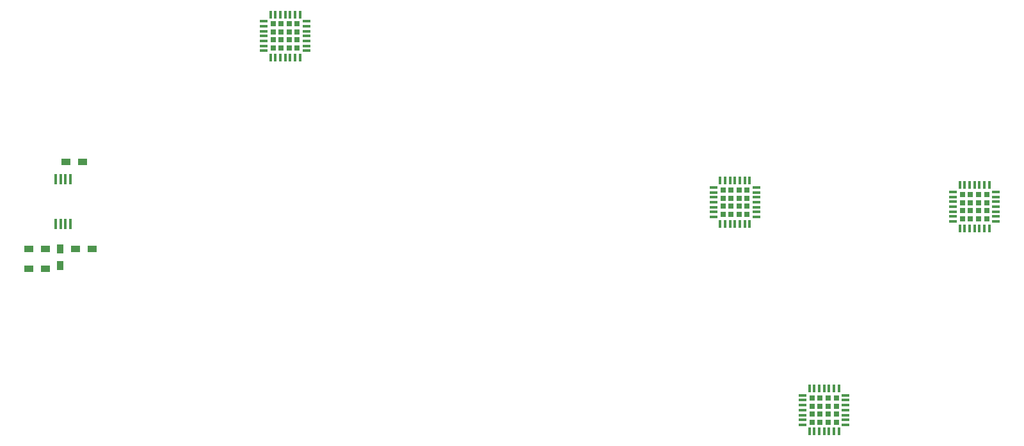
<source format=gbp>
G04 #@! TF.GenerationSoftware,KiCad,Pcbnew,(5.1.2)-2*
G04 #@! TF.CreationDate,2019-08-05T18:25:16-04:00*
G04 #@! TF.ProjectId,LooperPCB,4c6f6f70-6572-4504-9342-2e6b69636164,rev?*
G04 #@! TF.SameCoordinates,Original*
G04 #@! TF.FileFunction,Paste,Bot*
G04 #@! TF.FilePolarity,Positive*
%FSLAX46Y46*%
G04 Gerber Fmt 4.6, Leading zero omitted, Abs format (unit mm)*
G04 Created by KiCad (PCBNEW (5.1.2)-2) date 2019-08-05 18:25:16*
%MOMM*%
%LPD*%
G04 APERTURE LIST*
%ADD10R,1.000000X0.370000*%
%ADD11R,0.370000X1.000000*%
%ADD12R,0.637500X0.637500*%
%ADD13R,0.900000X1.200000*%
%ADD14R,1.200000X0.900000*%
%ADD15R,0.450000X1.450000*%
G04 APERTURE END LIST*
D10*
X119050000Y-93950000D03*
X119050000Y-94600000D03*
X119050000Y-95250000D03*
X119050000Y-95900000D03*
X119050000Y-96550000D03*
X119050000Y-97200000D03*
X119050000Y-97850000D03*
D11*
X118150000Y-98750000D03*
X117500000Y-98750000D03*
X116850000Y-98750000D03*
X116200000Y-98750000D03*
X115550000Y-98750000D03*
X114900000Y-98750000D03*
X114250000Y-98750000D03*
D10*
X113350000Y-97850000D03*
X113350000Y-97200000D03*
X113350000Y-96550000D03*
X113350000Y-95900000D03*
X113350000Y-95250000D03*
X113350000Y-94600000D03*
X113350000Y-93950000D03*
D11*
X114250000Y-93050000D03*
X114900000Y-93050000D03*
X115550000Y-93050000D03*
X116200000Y-93050000D03*
X116850000Y-93050000D03*
X117500000Y-93050000D03*
X118150000Y-93050000D03*
D12*
X114606250Y-97493750D03*
X114606250Y-96431250D03*
X114606250Y-95368750D03*
X114606250Y-94306250D03*
X115668750Y-97493750D03*
X115668750Y-96431250D03*
X115668750Y-95368750D03*
X115668750Y-94306250D03*
X116731250Y-97493750D03*
X116731250Y-96431250D03*
X116731250Y-95368750D03*
X116731250Y-94306250D03*
X117793750Y-97493750D03*
X117793750Y-96431250D03*
X117793750Y-95368750D03*
X117793750Y-94306250D03*
D10*
X172850000Y-119850000D03*
X172850000Y-119200000D03*
X172850000Y-118550000D03*
X172850000Y-117900000D03*
X172850000Y-117250000D03*
X172850000Y-116600000D03*
X172850000Y-115950000D03*
D11*
X173750000Y-115050000D03*
X174400000Y-115050000D03*
X175050000Y-115050000D03*
X175700000Y-115050000D03*
X176350000Y-115050000D03*
X177000000Y-115050000D03*
X177650000Y-115050000D03*
D10*
X178550000Y-115950000D03*
X178550000Y-116600000D03*
X178550000Y-117250000D03*
X178550000Y-117900000D03*
X178550000Y-118550000D03*
X178550000Y-119200000D03*
X178550000Y-119850000D03*
D11*
X177650000Y-120750000D03*
X177000000Y-120750000D03*
X176350000Y-120750000D03*
X175700000Y-120750000D03*
X175050000Y-120750000D03*
X174400000Y-120750000D03*
X173750000Y-120750000D03*
D12*
X177293750Y-116306250D03*
X177293750Y-117368750D03*
X177293750Y-118431250D03*
X177293750Y-119493750D03*
X176231250Y-116306250D03*
X176231250Y-117368750D03*
X176231250Y-118431250D03*
X176231250Y-119493750D03*
X175168750Y-116306250D03*
X175168750Y-117368750D03*
X175168750Y-118431250D03*
X175168750Y-119493750D03*
X174106250Y-116306250D03*
X174106250Y-117368750D03*
X174106250Y-118431250D03*
X174106250Y-119493750D03*
D11*
X205450000Y-115650000D03*
X206100000Y-115650000D03*
X206750000Y-115650000D03*
X207400000Y-115650000D03*
X208050000Y-115650000D03*
X208700000Y-115650000D03*
X209350000Y-115650000D03*
D10*
X210250000Y-116550000D03*
X210250000Y-117200000D03*
X210250000Y-117850000D03*
X210250000Y-118500000D03*
X210250000Y-119150000D03*
X210250000Y-119800000D03*
X210250000Y-120450000D03*
D11*
X209350000Y-121350000D03*
X208700000Y-121350000D03*
X208050000Y-121350000D03*
X207400000Y-121350000D03*
X206750000Y-121350000D03*
X206100000Y-121350000D03*
X205450000Y-121350000D03*
D10*
X204550000Y-120450000D03*
X204550000Y-119800000D03*
X204550000Y-119150000D03*
X204550000Y-118500000D03*
X204550000Y-117850000D03*
X204550000Y-117200000D03*
X204550000Y-116550000D03*
D12*
X208993750Y-120093750D03*
X207931250Y-120093750D03*
X206868750Y-120093750D03*
X205806250Y-120093750D03*
X208993750Y-119031250D03*
X207931250Y-119031250D03*
X206868750Y-119031250D03*
X205806250Y-119031250D03*
X208993750Y-117968750D03*
X207931250Y-117968750D03*
X206868750Y-117968750D03*
X205806250Y-117968750D03*
X208993750Y-116906250D03*
X207931250Y-116906250D03*
X206868750Y-116906250D03*
X205806250Y-116906250D03*
D10*
X190350000Y-143450000D03*
X190350000Y-144100000D03*
X190350000Y-144750000D03*
X190350000Y-145400000D03*
X190350000Y-146050000D03*
X190350000Y-146700000D03*
X190350000Y-147350000D03*
D11*
X189450000Y-148250000D03*
X188800000Y-148250000D03*
X188150000Y-148250000D03*
X187500000Y-148250000D03*
X186850000Y-148250000D03*
X186200000Y-148250000D03*
X185550000Y-148250000D03*
D10*
X184650000Y-147350000D03*
X184650000Y-146700000D03*
X184650000Y-146050000D03*
X184650000Y-145400000D03*
X184650000Y-144750000D03*
X184650000Y-144100000D03*
X184650000Y-143450000D03*
D11*
X185550000Y-142550000D03*
X186200000Y-142550000D03*
X186850000Y-142550000D03*
X187500000Y-142550000D03*
X188150000Y-142550000D03*
X188800000Y-142550000D03*
X189450000Y-142550000D03*
D12*
X185906250Y-146993750D03*
X185906250Y-145931250D03*
X185906250Y-144868750D03*
X185906250Y-143806250D03*
X186968750Y-146993750D03*
X186968750Y-145931250D03*
X186968750Y-144868750D03*
X186968750Y-143806250D03*
X188031250Y-146993750D03*
X188031250Y-145931250D03*
X188031250Y-144868750D03*
X188031250Y-143806250D03*
X189093750Y-146993750D03*
X189093750Y-145931250D03*
X189093750Y-144868750D03*
X189093750Y-143806250D03*
D13*
X86400000Y-124100000D03*
X86400000Y-126300000D03*
D14*
X90700000Y-124100000D03*
X88500000Y-124100000D03*
X82300000Y-124100000D03*
X84500000Y-124100000D03*
X82300000Y-126700000D03*
X84500000Y-126700000D03*
X89400000Y-112600000D03*
X87200000Y-112600000D03*
D15*
X85825000Y-114850000D03*
X86475000Y-114850000D03*
X87125000Y-114850000D03*
X87775000Y-114850000D03*
X87775000Y-120750000D03*
X87125000Y-120750000D03*
X86475000Y-120750000D03*
X85825000Y-120750000D03*
M02*

</source>
